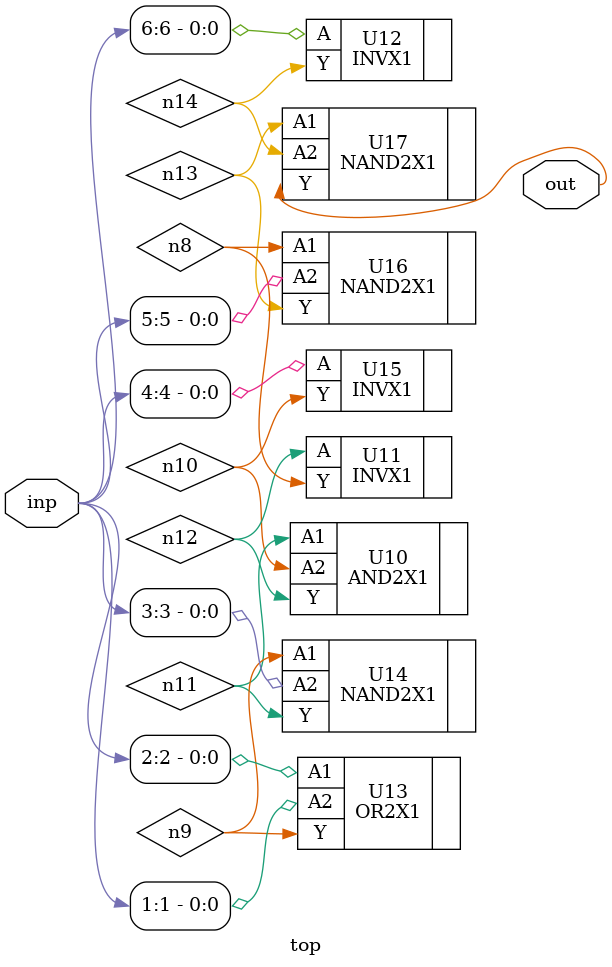
<source format=sv>


module top ( inp, out );
  input [6:0] inp;
  output out;
  wire   n8, n9, n10, n11, n12, n13, n14;

  AND2X1 U10 ( .A1(n11), .A2(n10), .Y(n12) );
  INVX1 U11 ( .A(n12), .Y(n8) );
  INVX1 U12 ( .A(inp[6]), .Y(n14) );
  OR2X1 U13 ( .A1(inp[2]), .A2(inp[1]), .Y(n9) );
  NAND2X1 U14 ( .A1(n9), .A2(inp[3]), .Y(n11) );
  INVX1 U15 ( .A(inp[4]), .Y(n10) );
  NAND2X1 U16 ( .A1(n8), .A2(inp[5]), .Y(n13) );
  NAND2X1 U17 ( .A1(n13), .A2(n14), .Y(out) );
endmodule


</source>
